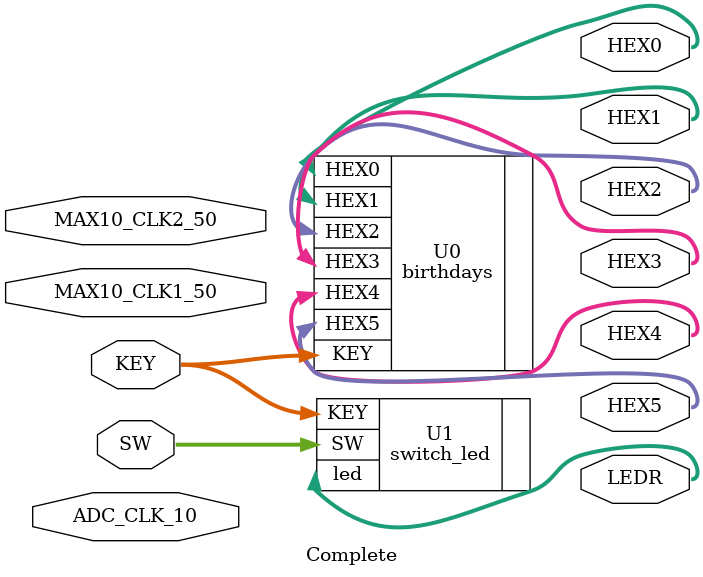
<source format=v>


module Complete(

	//////////// CLOCK //////////
	input 		          		ADC_CLK_10,
	input 		          		MAX10_CLK1_50,
	input 		          		MAX10_CLK2_50,

	//////////// SEG7 //////////
	output		     [7:0]		HEX0,
	output		     [7:0]		HEX1,
	output		     [7:0]		HEX2,
	output		     [7:0]		HEX3,
	output		     [7:0]		HEX4,
	output		     [7:0]		HEX5,

	//////////// KEY //////////
	input 		     [1:0]		KEY,

	//////////// LED //////////
	output		     [9:0]		LEDR,

	//////////// SW //////////
	input 		     [9:0]		SW
);



//=======================================================
//  REG/WIRE declarations
//=======================================================




//=======================================================
//  Structural coding
//=======================================================


   switch_led U1 (
		  .SW (SW),
		  .KEY (KEY),
		  .led (LEDR)
		  );

	  birthdays U0 (
			.KEY (KEY),
			.HEX0 (HEX0),
			.HEX1 (HEX1),
			.HEX2 (HEX2),
			.HEX3 (HEX3),
			.HEX4 (HEX4),
			.HEX5 (HEX5)
		  );
   


endmodule

</source>
